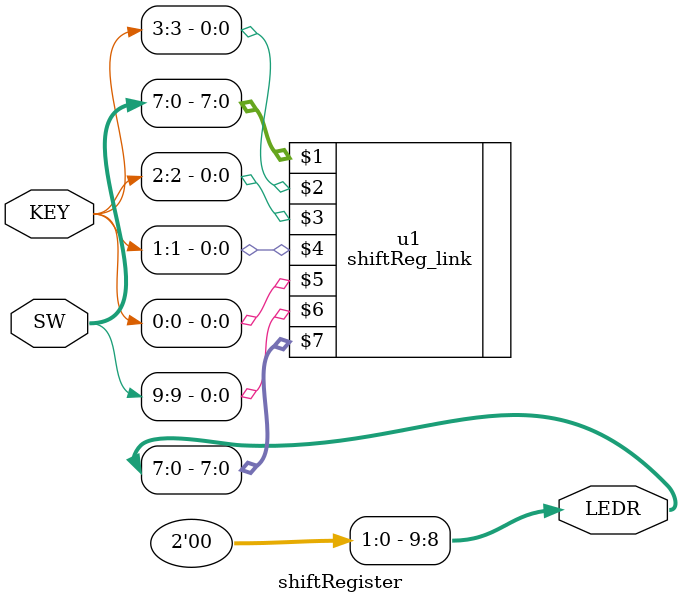
<source format=v>
`timescale 1ns / 1ns // `timescale time_unit/time_precision


module shiftRegister(SW, KEY, LEDR);
	
	input [9:0] SW;
	input [3:0] KEY;
	output [9:0] LEDR;
	

	
	shiftReg_link u1(SW[7:0], KEY[3], KEY[2], KEY[1], KEY[0], SW[9], LEDR[7:0]);
	
	assign LEDR[9:8] = 2'b00;
	
endmodule

</source>
